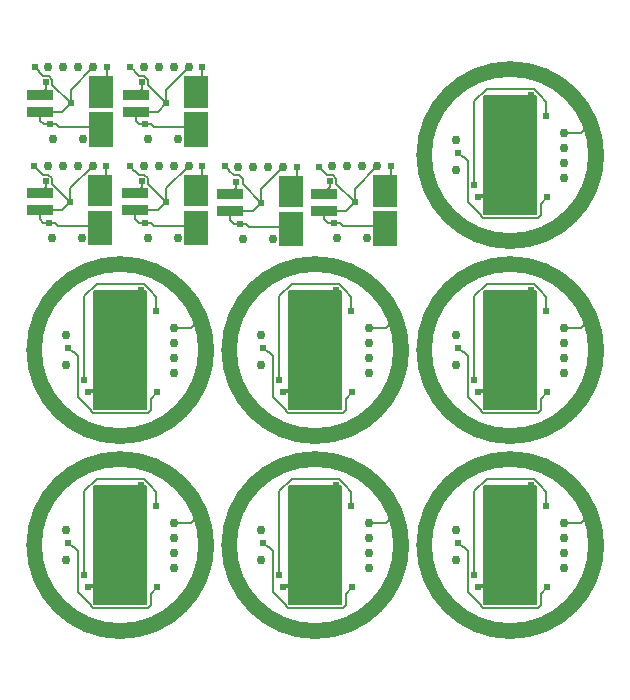
<source format=gbl>
G04 ================== begin FILE IDENTIFICATION RECORD ==================*
G04 Layout Name:  C:/Users/D/Documents/github/Disceep/allegro/disceep.brd*
G04 Film Name:    DisceepBOTTOM*
G04 File Format:  Gerber RS274X*
G04 File Origin:  Cadence Allegro 16.6-P004*
G04 Origin Date:  Thu Jan 15 23:06:35 2015*
G04 *
G04 Layer:  ETCH/BOTTOM*
G04 Layer:  PIN/BOTTOM*
G04 Layer:  VIA CLASS/BOTTOM*
G04 *
G04 Offset:    (0.00 0.00)*
G04 Mirror:    No*
G04 Mode:      Positive*
G04 Rotation:  0*
G04 FullContactRelief:  No*
G04 UndefLineWidth:     6.00*
G04 ================== end FILE IDENTIFICATION RECORD ====================*
%FSLAX25Y25*MOIN*%
%IR0*IPPOS*OFA0.00000B0.00000*MIA0B0*SFA1.00000B1.00000*%
%ADD10C,.03*%
%ADD11C,.024*%
%ADD12R,.086X.035*%
%ADD13C,.006*%
%ADD14C,.52154*%
G75*
%LPD*%
G75*
G36*
G01X64305Y33000D02*
G02I-31305J0D01*
G37*
G36*
G01Y98000D02*
G02I-31305J0D01*
G37*
G36*
G01X22400Y132900D02*
Y134752D01*
X22409Y134781D01*
G03Y136019I-2009J619D01*
G01X22400Y136048D01*
Y144400D01*
X30400D01*
Y132900D01*
X22400D01*
G37*
G36*
G01X30400Y156400D02*
Y145900D01*
X22400D01*
Y156400D01*
X30400D01*
G37*
G36*
G01X22500Y165700D02*
Y167552D01*
X22509Y167581D01*
G03Y168819I-2009J619D01*
G01X22500Y168848D01*
Y177200D01*
X30500D01*
Y165700D01*
X22500D01*
G37*
G36*
G01X30500Y189200D02*
Y178700D01*
X22500D01*
Y189200D01*
X30500D01*
G37*
G36*
G01X54300Y132900D02*
Y134752D01*
X54309Y134781D01*
G03Y136019I-2009J619D01*
G01X54300Y136048D01*
Y144400D01*
X62300D01*
Y132900D01*
X54300D01*
G37*
G36*
G01X62300Y156400D02*
Y145900D01*
X54300D01*
Y156400D01*
X62300D01*
G37*
G36*
G01X54400Y165700D02*
Y167552D01*
X54409Y167581D01*
G03Y168819I-2009J619D01*
G01X54400Y168848D01*
Y177200D01*
X62400D01*
Y165700D01*
X54400D01*
G37*
G36*
G01X62400Y189200D02*
Y178700D01*
X54400D01*
Y189200D01*
X62400D01*
G37*
G36*
G01X129305Y33000D02*
G02I-31305J0D01*
G37*
G36*
G01Y98000D02*
G02I-31305J0D01*
G37*
G36*
G01X85900Y132600D02*
Y134452D01*
X85909Y134481D01*
G03Y135719I-2009J619D01*
G01X85900Y135748D01*
Y144100D01*
X93900D01*
Y132600D01*
X85900D01*
G37*
G36*
G01X93900Y156100D02*
Y145600D01*
X85900D01*
Y156100D01*
X93900D01*
G37*
G36*
G01X194305Y33000D02*
G02I-31305J0D01*
G37*
G36*
G01Y98000D02*
G02I-31305J0D01*
G37*
G36*
G01X117100Y132800D02*
Y134652D01*
X117109Y134681D01*
G03Y135919I-2009J619D01*
G01X117100Y135948D01*
Y144300D01*
X125100D01*
Y132800D01*
X117100D01*
G37*
G36*
G01X194305Y163000D02*
G02I-31305J0D01*
G37*
G36*
G01X125100Y156300D02*
Y145800D01*
X117100D01*
Y156300D01*
X125100D01*
G37*
%LPC*%
G75*
G54D14*
X33000Y33000D03*
Y98000D03*
X98000Y33000D03*
Y98000D03*
X163000Y33000D03*
Y98000D03*
Y163000D03*
%LPD*%
G75*
G36*
G01X24236Y13000D02*
X24000Y13236D01*
Y18922D01*
G03Y19078I-1700J78D01*
G01Y52683D01*
X24317Y53000D01*
X41714D01*
X42000Y52714D01*
Y13236D01*
X41764Y13000D01*
X24236D01*
G37*
G36*
G01Y78000D02*
X24000Y78236D01*
Y83922D01*
G03Y84078I-1700J78D01*
G01Y117683D01*
X24317Y118000D01*
X41714D01*
X42000Y117714D01*
Y78236D01*
X41764Y78000D01*
X24236D01*
G37*
G36*
G01X89236Y13000D02*
X89000Y13236D01*
Y18922D01*
G03Y19078I-1700J78D01*
G01Y52683D01*
X89317Y53000D01*
X106714D01*
X107000Y52714D01*
Y13236D01*
X106764Y13000D01*
X89236D01*
G37*
G36*
G01Y78000D02*
X89000Y78236D01*
Y83922D01*
G03Y84078I-1700J78D01*
G01Y117683D01*
X89317Y118000D01*
X106714D01*
X107000Y117714D01*
Y78236D01*
X106764Y78000D01*
X89236D01*
G37*
G36*
G01X154236Y13000D02*
X154000Y13236D01*
Y18922D01*
G03Y19078I-1700J78D01*
G01Y52683D01*
X154317Y53000D01*
X171714D01*
X172000Y52714D01*
Y13236D01*
X171764Y13000D01*
X154236D01*
G37*
G36*
G01Y78000D02*
X154000Y78236D01*
Y83922D01*
G03Y84078I-1700J78D01*
G01Y117683D01*
X154317Y118000D01*
X171714D01*
X172000Y117714D01*
Y78236D01*
X171764Y78000D01*
X154236D01*
G37*
G36*
G01Y143000D02*
X154000Y143236D01*
Y148922D01*
G03Y149078I-1700J78D01*
G01Y182683D01*
X154317Y183000D01*
X171714D01*
X172000Y182714D01*
Y143236D01*
X171764Y143000D01*
X154236D01*
G37*
G54D10*
X15000Y28000D03*
Y38000D03*
Y93000D03*
Y103000D03*
X10400Y135400D03*
X8900Y159400D03*
X13900D03*
X10500Y168200D03*
X9000Y192200D03*
X14000D03*
X20400Y135400D03*
X18900Y159400D03*
X23900D03*
X20500Y168200D03*
X19000Y192200D03*
X24000D03*
X51000Y35500D03*
Y30500D03*
Y25500D03*
Y40500D03*
Y95500D03*
Y90500D03*
Y105500D03*
Y100500D03*
X42300Y135400D03*
X52300D03*
X40800Y159400D03*
X45800D03*
X50800D03*
X55800D03*
X42400Y168200D03*
X52400D03*
X40900Y192200D03*
X45900D03*
X50900D03*
X55900D03*
X73900Y135100D03*
X72400Y159100D03*
X77400D03*
X80000Y28000D03*
Y38000D03*
Y93000D03*
Y103000D03*
X83900Y135100D03*
X82400Y159100D03*
X87400D03*
X116000Y35500D03*
Y30500D03*
Y25500D03*
Y40500D03*
Y95500D03*
Y90500D03*
Y105500D03*
Y100500D03*
X105100Y135300D03*
X115100D03*
X103600Y159300D03*
X108600D03*
X113600D03*
X118600D03*
X145000Y28000D03*
Y38000D03*
Y93000D03*
Y103000D03*
Y168000D03*
Y158000D03*
X181000Y35500D03*
Y30500D03*
Y25500D03*
Y40500D03*
Y95500D03*
Y90500D03*
Y105500D03*
Y100500D03*
Y155500D03*
Y170500D03*
Y165500D03*
Y160500D03*
G54D11*
X7000Y23000D03*
X5000Y28000D03*
X4000Y33000D03*
X15700Y33700D03*
X7000Y43000D03*
X5000Y38000D03*
X7000Y88000D03*
X5000Y93000D03*
X4000Y98000D03*
X7000Y108000D03*
X5000Y103000D03*
X15700Y98700D03*
X16400Y147400D03*
X9400Y140400D03*
X8200Y154400D03*
X4400Y159400D03*
X9500Y173200D03*
X4500Y192500D03*
X16500Y180200D03*
X8300Y187200D03*
X23000Y7000D03*
X28000Y5000D03*
X33000Y4000D03*
X32000Y24000D03*
X22300Y19000D03*
X21000Y23000D03*
X26000Y51000D03*
X33000Y69000D03*
X28000Y70000D03*
X23000Y72000D03*
X22000Y59000D03*
X27000Y61000D03*
X33000Y62000D03*
X22300Y84000D03*
X32000Y89000D03*
X21000Y88000D03*
X26000Y116000D03*
X33000Y127000D03*
X22000Y124000D03*
X27000Y126000D03*
X24400Y139400D03*
X36300Y159200D03*
X24500Y172200D03*
X28400Y159400D03*
X36400Y192400D03*
X28500Y192200D03*
X41000Y14000D03*
X43000Y7000D03*
X38000Y5000D03*
X41000Y22000D03*
X45396Y19000D03*
X40000Y53000D03*
X45000Y46000D03*
X38000Y70000D03*
X43000Y72000D03*
X44000Y59000D03*
X39000Y61000D03*
X41000Y79000D03*
Y87000D03*
X45396Y84000D03*
X45000Y111000D03*
X40000Y118000D03*
X39000Y126000D03*
X44000Y124000D03*
X48300Y147400D03*
X56300Y139400D03*
X41300Y140400D03*
X40100Y154400D03*
X41400Y173200D03*
X56400Y172200D03*
X48400Y180200D03*
X40200Y187200D03*
X59000Y23000D03*
X61000Y28000D03*
X62000Y33000D03*
X69000D03*
X72000Y23000D03*
X70000Y28000D03*
X60000Y43000D03*
X61000Y38000D03*
X72000Y43000D03*
X70000Y38000D03*
X72000Y88000D03*
X70000Y93000D03*
X61000D03*
X59000Y88000D03*
X69000Y98000D03*
X72000Y108000D03*
X70000Y103000D03*
X62000Y98000D03*
X61000Y103000D03*
X60000Y108000D03*
X72900Y140100D03*
X71700Y154100D03*
X67900Y159400D03*
X60300D03*
X60400Y192200D03*
X93000Y5000D03*
X88000Y7000D03*
X87300Y19000D03*
X97000Y24000D03*
X80700Y33700D03*
X86000Y23000D03*
X91000Y51000D03*
X93000Y70000D03*
X88000Y72000D03*
X87000Y59000D03*
X92000Y61000D03*
X87300Y84000D03*
X97000Y89000D03*
X86000Y88000D03*
X91000Y116000D03*
X80700Y98700D03*
X87000Y124000D03*
X92000Y126000D03*
X79900Y147100D03*
X87900Y139100D03*
X91900Y159100D03*
X106000Y14000D03*
X98000Y4000D03*
X103000Y5000D03*
X108000Y7000D03*
X106000Y22000D03*
X110396Y19000D03*
X105000Y53000D03*
X110000Y46000D03*
X98000Y69000D03*
X103000Y70000D03*
X108000Y72000D03*
X98000Y62000D03*
X104000Y61000D03*
X109000Y59000D03*
X106000Y79000D03*
Y87000D03*
X110396Y84000D03*
X110000Y111000D03*
X105000Y118000D03*
X109000Y124000D03*
X98000Y127000D03*
X104000Y126000D03*
X111100Y147300D03*
X104100Y140300D03*
X102900Y154300D03*
X99100Y159100D03*
X134000Y33000D03*
X137000Y23000D03*
X135000Y28000D03*
X126000D03*
X124000Y23000D03*
X127000Y33000D03*
X137000Y43000D03*
X135000Y38000D03*
X126000D03*
X125000Y43000D03*
X137000Y88000D03*
X135000Y93000D03*
X126000D03*
X124000Y88000D03*
X134000Y98000D03*
X137000Y108000D03*
X135000Y103000D03*
X127000Y98000D03*
X126000Y103000D03*
X125000Y108000D03*
X119100Y139300D03*
X137000Y153000D03*
X135000Y168000D03*
X137000Y173000D03*
X135000Y158000D03*
X134000Y163000D03*
X123100Y159300D03*
X153000Y7000D03*
X152300Y19000D03*
X151000Y23000D03*
X145700Y33700D03*
X156000Y51000D03*
X153000Y72000D03*
X152000Y59000D03*
X157000Y61000D03*
X152300Y84000D03*
X151000Y88000D03*
X156000Y116000D03*
X145700Y98700D03*
X152000Y124000D03*
X157000Y126000D03*
X153000Y137000D03*
X152300Y149000D03*
X151000Y153000D03*
X145700Y163700D03*
X156000Y181000D03*
X157000Y191000D03*
X152000Y189000D03*
X171000Y14000D03*
X163000Y4000D03*
X158000Y5000D03*
X168000D03*
X173000Y7000D03*
X162000Y24000D03*
X171000Y22000D03*
X175396Y19000D03*
X170000Y53000D03*
X175000Y46000D03*
X163000Y69000D03*
X158000Y70000D03*
X168000D03*
X173000Y72000D03*
X163000Y62000D03*
X169000Y61000D03*
X174000Y59000D03*
X162000Y89000D03*
X171000Y79000D03*
Y87000D03*
X175396Y84000D03*
X175000Y111000D03*
X170000Y118000D03*
X174000Y124000D03*
X163000Y127000D03*
X169000Y126000D03*
X173000Y137000D03*
X168000Y135000D03*
X158000D03*
X163000Y134000D03*
X162000Y154000D03*
X171000Y144000D03*
Y152000D03*
X175396Y149000D03*
X175000Y176000D03*
X170000Y183000D03*
X163000Y192000D03*
X174000Y189000D03*
X169000Y191000D03*
X191000Y28000D03*
X189000Y23000D03*
X192000Y33000D03*
X191000Y38000D03*
X190000Y43000D03*
X191000Y93000D03*
X189000Y88000D03*
X192000Y98000D03*
X191000Y103000D03*
X190000Y108000D03*
X189000Y153000D03*
X190000Y173000D03*
X191000Y168000D03*
X192000Y163000D03*
X191000Y158000D03*
G54D12*
X6100Y144600D03*
Y150200D03*
X6200Y177400D03*
Y183000D03*
X38000Y144600D03*
Y150200D03*
X38100Y177400D03*
Y183000D03*
X69600Y144300D03*
Y149900D03*
X100800Y144500D03*
Y150100D03*
G54D13*
G01X6100Y144600D02*
X13600D01*
X16400Y147400D01*
G01X24400Y139400D02*
X12400D01*
X11400Y140400D01*
X9400D01*
G01D02*
X7400D01*
X6100Y141700D01*
Y144600D01*
G01X4400Y159400D02*
X7300Y156500D01*
X9070D01*
X10300Y155270D01*
Y153500D01*
X16400Y147400D01*
G01X8200Y154400D02*
Y152300D01*
X6100Y150200D01*
G01X9500Y173200D02*
X7500D01*
X6200Y174500D01*
Y177400D01*
G01X24500Y172200D02*
X12500D01*
X11500Y173200D01*
X9500D01*
G01X4500Y192500D02*
X5915Y191085D01*
Y190785D01*
X7400Y189300D01*
X9170D01*
X10400Y188070D01*
Y186300D01*
X16500Y180200D01*
G01X6200Y177400D02*
X13700D01*
X16500Y180200D01*
G01X8300Y187200D02*
Y185100D01*
X6200Y183000D01*
G01X15700Y33700D02*
X17115Y32285D01*
X17715D01*
X18900Y31100D01*
Y17291D01*
X23100Y13091D01*
X23142Y12879D01*
X23183Y12778D01*
X23777Y12184D01*
X23879Y12142D01*
X24091Y12100D01*
X24291Y11900D01*
X41870D01*
X42110Y12140D01*
X42121Y12142D01*
X42222Y12183D01*
X42816Y12777D01*
X42858Y12879D01*
X42860Y12890D01*
X43100Y13130D01*
Y16704D01*
X45396Y19000D01*
G01X22300D02*
X23000D01*
G01D02*
X25000D01*
G01D02*
X24000Y20000D01*
G01D02*
X23000Y19000D01*
G01X21000Y23000D02*
Y50809D01*
X21037Y50995D01*
X25105Y55063D01*
X25291Y55100D01*
X40870D01*
X42109Y53861D01*
X42121Y53858D01*
X42138Y53851D01*
X42851Y53138D01*
X42858Y53121D01*
X42900Y52909D01*
X45000Y50809D01*
Y46000D01*
G01X22300Y84000D02*
X23000D01*
G01D02*
X24000Y85000D01*
G01X25000Y84000D02*
X23000D01*
G01X24000Y85000D02*
X25000Y84000D01*
G01X21000Y88000D02*
Y115809D01*
X21037Y115995D01*
X25105Y120063D01*
X25291Y120100D01*
X40870D01*
X42109Y118861D01*
X42121Y118858D01*
X42138Y118851D01*
X42851Y118138D01*
X42858Y118121D01*
X42900Y117909D01*
X45000Y115809D01*
Y111000D01*
G01X15700Y98700D02*
X17115Y97285D01*
X17715D01*
X18900Y96100D01*
Y82291D01*
X23100Y78091D01*
X23142Y77879D01*
X23183Y77778D01*
X23777Y77184D01*
X23879Y77142D01*
X24091Y77100D01*
X24291Y76900D01*
X41870D01*
X42110Y77140D01*
X42121Y77142D01*
X42222Y77183D01*
X42816Y77777D01*
X42858Y77879D01*
X42860Y77890D01*
X43100Y78130D01*
Y81704D01*
X45396Y84000D01*
G01X23900Y159400D02*
X16400Y151900D01*
Y147400D01*
G01X27900Y154400D02*
X28400Y154900D01*
G01D02*
Y159400D01*
G01X24000Y192200D02*
X16500Y184700D01*
Y180200D01*
G01X28000Y187200D02*
X28500Y187700D01*
G01D02*
Y192200D01*
G01X56500Y40500D02*
X51000D01*
G01X59000Y108000D02*
X56500Y105500D01*
X51000D01*
G01X55800Y159400D02*
X48300Y151900D01*
Y147400D01*
G01X36300Y159200D02*
X37715Y157785D01*
X37915D01*
X39200Y156500D01*
X40970D01*
X42200Y155270D01*
Y153500D01*
X48300Y147400D01*
G01X38000Y144600D02*
X45500D01*
X48300Y147400D01*
G01X56300Y139400D02*
X44300D01*
X43300Y140400D01*
X41300D01*
G01D02*
X39300D01*
X38000Y141700D01*
Y144600D01*
G01X40100Y154400D02*
Y152300D01*
X38000Y150200D01*
G01X41400Y173200D02*
X39400D01*
X38100Y174500D01*
Y177400D01*
G01X56400Y172200D02*
X44400D01*
X43400Y173200D01*
X41400D01*
G01X36400Y192400D02*
X37815Y190985D01*
Y190785D01*
X39300Y189300D01*
X41070D01*
X42300Y188070D01*
Y186300D01*
X48400Y180200D01*
G01X38100Y177400D02*
X45600D01*
X48400Y180200D01*
G01X55900Y192200D02*
X48400Y184700D01*
Y180200D01*
G01X40200Y187200D02*
Y185100D01*
X38100Y183000D01*
G01X59000Y43000D02*
X56500Y40500D01*
G01X67900Y159400D02*
X69315Y157985D01*
Y157685D01*
X70800Y156200D01*
X72570D01*
X73800Y154970D01*
Y153200D01*
X79900Y147100D01*
G01X69600Y144300D02*
X77100D01*
X79900Y147100D01*
G01X87900Y139100D02*
X75900D01*
X74900Y140100D01*
X72900D01*
G01D02*
X70900D01*
X69600Y141400D01*
Y144300D01*
G01X59800Y154400D02*
X60300Y154900D01*
G01D02*
Y159400D01*
G01X71700Y154100D02*
Y152000D01*
X69600Y149900D01*
G01X59900Y187200D02*
X60400Y187700D01*
G01D02*
Y192200D01*
G01X80700Y33700D02*
X82115Y32285D01*
X82715D01*
X83900Y31100D01*
Y17291D01*
X88100Y13091D01*
X88142Y12879D01*
X88183Y12778D01*
X88777Y12184D01*
X88879Y12142D01*
X89091Y12100D01*
X89291Y11900D01*
X106870D01*
X107110Y12140D01*
X107121Y12142D01*
X107222Y12183D01*
X107816Y12777D01*
X107858Y12879D01*
X107860Y12890D01*
X108100Y13130D01*
Y16704D01*
X110396Y19000D01*
G01X88000D02*
X90000D01*
G01X87300D02*
X88000D01*
G01X90000D02*
X89000Y20000D01*
G01D02*
X88000Y19000D01*
G01X86000Y23000D02*
Y50809D01*
X86037Y50995D01*
X90105Y55063D01*
X90291Y55100D01*
X105870D01*
X107109Y53861D01*
X107121Y53858D01*
X107138Y53851D01*
X107851Y53138D01*
X107858Y53121D01*
X107900Y52909D01*
X110000Y50809D01*
Y46000D01*
G01X87300Y84000D02*
X88000D01*
G01D02*
X89000Y85000D01*
G01X90000Y84000D02*
X88000D01*
G01X89000Y85000D02*
X90000Y84000D01*
G01X80700Y98700D02*
X82115Y97285D01*
X82715D01*
X83900Y96100D01*
Y82291D01*
X88100Y78091D01*
X88142Y77879D01*
X88183Y77778D01*
X88777Y77184D01*
X88879Y77142D01*
X89091Y77100D01*
X89291Y76900D01*
X106870D01*
X107110Y77140D01*
X107121Y77142D01*
X107222Y77183D01*
X107816Y77777D01*
X107858Y77879D01*
X107860Y77890D01*
X108100Y78130D01*
Y81704D01*
X110396Y84000D01*
G01X86000Y88000D02*
Y115809D01*
X86037Y115995D01*
X90105Y120063D01*
X90291Y120100D01*
X105870D01*
X107109Y118861D01*
X107121Y118858D01*
X107138Y118851D01*
X107851Y118138D01*
X107858Y118121D01*
X107900Y117909D01*
X110000Y115809D01*
Y111000D01*
G01X87400Y159100D02*
X79900Y151600D01*
Y147100D01*
G01X91400Y154100D02*
X91900Y154600D01*
G01D02*
Y159100D01*
G01X118600Y159300D02*
X111100Y151800D01*
Y147300D01*
G01X100800Y144500D02*
X108300D01*
X111100Y147300D01*
G01X119100Y139300D02*
X107100D01*
X106100Y140300D01*
X104100D01*
G01D02*
X102100D01*
X100800Y141600D01*
Y144500D01*
G01X99100Y159100D02*
X100515Y157685D01*
X100715D01*
X102000Y156400D01*
X103770D01*
X105000Y155170D01*
Y153400D01*
X111100Y147300D01*
G01X102900Y154300D02*
Y152200D01*
X100800Y150100D01*
G01X124000Y43000D02*
X121500Y40500D01*
G01D02*
X116000D01*
G01X124000Y108000D02*
X121500Y105500D01*
X116000D01*
G01X122600Y154300D02*
X123100Y154800D01*
G01D02*
Y159300D01*
G01X145700Y33700D02*
X147115Y32285D01*
X147715D01*
X148900Y31100D01*
Y17291D01*
X153100Y13091D01*
X153142Y12879D01*
X153183Y12778D01*
X153777Y12184D01*
X153879Y12142D01*
X154091Y12100D01*
X154291Y11900D01*
X171870D01*
X172110Y12140D01*
X172121Y12142D01*
X172222Y12183D01*
X172816Y12777D01*
X172858Y12879D01*
X172860Y12890D01*
X173100Y13130D01*
Y16704D01*
X175396Y19000D01*
G01X152300D02*
X153000D01*
G01D02*
X154000Y20000D01*
G01X155000Y19000D02*
X153000D01*
G01X154000Y20000D02*
X155000Y19000D01*
G01X151000Y23000D02*
Y50809D01*
X151037Y50995D01*
X155105Y55063D01*
X155291Y55100D01*
X170870D01*
X172109Y53861D01*
X172121Y53858D01*
X172138Y53851D01*
X172851Y53138D01*
X172858Y53121D01*
X172900Y52909D01*
X175000Y50809D01*
Y46000D01*
G01X152300Y84000D02*
X153000D01*
G01D02*
X154000Y85000D01*
G01X155000Y84000D02*
X153000D01*
G01X154000Y85000D02*
X155000Y84000D01*
G01X145700Y98700D02*
X147115Y97285D01*
X147715D01*
X148900Y96100D01*
Y82291D01*
X153100Y78091D01*
X153142Y77879D01*
X153183Y77778D01*
X153777Y77184D01*
X153879Y77142D01*
X154091Y77100D01*
X154291Y76900D01*
X171870D01*
X172110Y77140D01*
X172121Y77142D01*
X172222Y77183D01*
X172816Y77777D01*
X172858Y77879D01*
X172860Y77890D01*
X173100Y78130D01*
Y81704D01*
X175396Y84000D01*
G01X151000Y88000D02*
Y115809D01*
X151037Y115995D01*
X155105Y120063D01*
X155291Y120100D01*
X170870D01*
X172109Y118861D01*
X172121Y118858D01*
X172138Y118851D01*
X172851Y118138D01*
X172858Y118121D01*
X172900Y117909D01*
X175000Y115809D01*
Y111000D01*
G01X153000Y149000D02*
X155000D01*
G01X152300D02*
X153000D01*
G01X154000Y150000D02*
X153000Y149000D01*
G01X155000D02*
X154000Y150000D01*
G01X145700Y163700D02*
X147115Y162285D01*
X147715D01*
X148900Y161100D01*
Y147291D01*
X153100Y143091D01*
X153142Y142879D01*
X153183Y142778D01*
X153777Y142184D01*
X153879Y142142D01*
X154091Y142100D01*
X154291Y141900D01*
X171870D01*
X172110Y142140D01*
X172121Y142142D01*
X172222Y142183D01*
X172816Y142777D01*
X172858Y142879D01*
X172860Y142890D01*
X173100Y143130D01*
Y146704D01*
X175396Y149000D01*
G01X151000Y153000D02*
Y180809D01*
X151037Y180995D01*
X155105Y185063D01*
X155291Y185100D01*
X170870D01*
X172109Y183861D01*
X172121Y183858D01*
X172138Y183851D01*
X172851Y183138D01*
X172858Y183121D01*
X172900Y182909D01*
X175000Y180809D01*
Y176000D01*
G01X189000Y43000D02*
X186500Y40500D01*
X181000D01*
G01X189000Y108000D02*
X186500Y105500D01*
X181000D01*
G01X189000Y173000D02*
X186500Y170500D01*
G01D02*
X181000D01*
M02*

</source>
